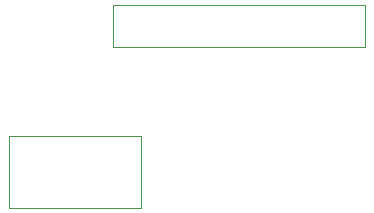
<source format=gbr>
%TF.GenerationSoftware,KiCad,Pcbnew,9.0.4*%
%TF.CreationDate,2025-12-04T13:46:47-07:00*%
%TF.ProjectId,HW2 folder,48573220-666f-46c6-9465-722e6b696361,rev?*%
%TF.SameCoordinates,Original*%
%TF.FileFunction,Other,User*%
%FSLAX46Y46*%
G04 Gerber Fmt 4.6, Leading zero omitted, Abs format (unit mm)*
G04 Created by KiCad (PCBNEW 9.0.4) date 2025-12-04 13:46:47*
%MOMM*%
%LPD*%
G01*
G04 APERTURE LIST*
%ADD10C,0.050000*%
G04 APERTURE END LIST*
D10*
%TO.C,J3*%
X147632800Y-86774400D02*
X168952800Y-86774400D01*
X147632800Y-90314400D02*
X147632800Y-86774400D01*
X168952800Y-86774400D02*
X168952800Y-90314400D01*
X168952800Y-90314400D02*
X147632800Y-90314400D01*
%TO.C,J2*%
X138869800Y-97838800D02*
X150029800Y-97838800D01*
X138869800Y-103928800D02*
X138869800Y-97838800D01*
X150029800Y-97838800D02*
X150029800Y-103928800D01*
X150029800Y-103928800D02*
X138869800Y-103928800D01*
%TD*%
M02*

</source>
